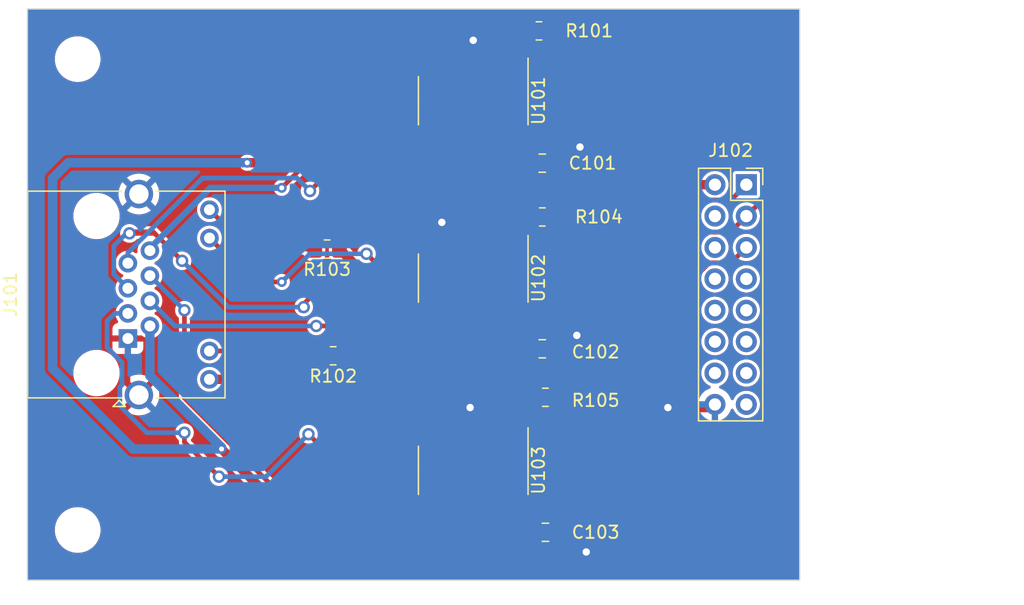
<source format=kicad_pcb>
(kicad_pcb (version 20221018) (generator pcbnew)
  (layers (0 "F.Cu" signal) (31 "B.Cu" signal) (34 "B.Paste" user) (35 "F.Paste" user) (36 "B.SilkS" user "B.Silkscreen") (37 "F.SilkS" user "F.Silkscreen") (38 "B.Mask" user) (39 "F.Mask" user) (44 "Edge.Cuts" user))
  (net 0 "")
  (net 1 "+5V")
  (net 2 "GND")
  (net 3 "i+")
  (net 4 "b+")
  (net 5 "b-")
  (net 6 "i-")
  (net 7 "a+")
  (net 8 "a-")
  (net 9 "Net-(J101-Pad10)")
  (net 10 "Net-(J101-Pad12)")
  (net 11 "B")
  (net 12 "A")
  (net 14 "I")
  (net 16 "test")
  (net 17 "csn")
  (net 19 "clk")
  (net 20 "W")
  (net 21 "mosi")
  (net 22 "v")
  (net 23 "miso")
  (net 24 "u")
  (net 25 "Net-(U101-DE)")
  (net 26 "Net-(U102-DE)")
  (net 27 "Net-(U103-DE)")
  (footprint "Package_SO:SO-14_3.9x8.65mm_P1.27mm" (layer "F.Cu") (at 178.054 50.103 -90)
    (fp_text reference "U101" (at 0 -5.28 -90) (layer "F.SilkS"))
    (fp_text value "MAX489E")
    (fp_line (start 0 -4.435) (end -3.45 -4.435) (stroke (width 0.12)) (layer "F.SilkS"))
    (fp_line (start 0 -4.435) (end 1.95 -4.435) (stroke (width 0.12)) (layer "F.SilkS"))
    (fp_line (start 0 4.435) (end -1.95 4.435) (stroke (width 0.12)) (layer "F.SilkS"))
    (fp_line (start 0 4.435) (end 1.95 4.435) (stroke (width 0.12)) (layer "F.SilkS"))
    (pad "1" smd roundrect (at -2.475 -3.81 270) (size 1.95 0.6) (layers "F.Cu" "F.Paste" "F.Mask"))
    (pad "2" smd roundrect (at -2.475 -2.54 270) (size 1.95 0.6) (layers "F.Cu" "F.Paste" "F.Mask"))
    (pad "3" smd roundrect (at -2.475 -1.27 270) (size 1.95 0.6) (layers "F.Cu" "F.Paste" "F.Mask") (net 25 "Net-(U101-DE)"))
    (pad "4" smd roundrect (at -2.475 0 270) (size 1.95 0.6) (layers "F.Cu" "F.Paste" "F.Mask") (net 25 "Net-(U101-DE)"))
    (pad "5" smd roundrect (at -2.475 1.27 270) (size 1.95 0.6) (layers "F.Cu" "F.Paste" "F.Mask") (net 12 "A"))
    (pad "6" smd roundrect (at -2.475 2.54 270) (size 1.95 0.6) (layers "F.Cu" "F.Paste" "F.Mask") (net 2 "GND"))
    (pad "7" smd roundrect (at -2.475 3.81 270) (size 1.95 0.6) (layers "F.Cu" "F.Paste" "F.Mask") (net 2 "GND"))
    (pad "8" smd roundrect (at 2.475 3.81 270) (size 1.95 0.6) (layers "F.Cu" "F.Paste" "F.Mask"))
    (pad "9" smd roundrect (at 2.475 2.54 270) (size 1.95 0.6) (layers "F.Cu" "F.Paste" "F.Mask") (net 7 "a+"))
    (pad "10" smd roundrect (at 2.475 1.27 270) (size 1.95 0.6) (layers "F.Cu" "F.Paste" "F.Mask") (net 8 "a-"))
    (pad "11" smd roundrect (at 2.475 0 270) (size 1.95 0.6) (layers "F.Cu" "F.Paste" "F.Mask"))
    (pad "12" smd roundrect (at 2.475 -1.27 270) (size 1.95 0.6) (layers "F.Cu" "F.Paste" "F.Mask"))
    (pad "13" smd roundrect (at 2.475 -2.54 270) (size 1.95 0.6) (layers "F.Cu" "F.Paste" "F.Mask"))
    (pad "14" smd roundrect (at 2.475 -3.81 270) (size 1.95 0.6) (layers "F.Cu" "F.Paste" "F.Mask") (net 1 "+5V"))
  )
  (footprint "Connector_RJ:RJ45_Amphenol_RJHSE538X" (layer "F.Cu") (at 150.112 69.342 90)
    (fp_text reference "J101" (at 3.56 -9.5 90) (layer "F.SilkS"))
    (fp_text value "RJ45_LED_Shielded")
    (fp_line (start -5.5 -1.2) (end -5 -0.7) (stroke (width 0.12)) (layer "F.SilkS"))
    (fp_line (start -5.5 -0.2) (end -5.5 -1.2) (stroke (width 0.12)) (layer "F.SilkS"))
    (fp_line (start -5 -0.7) (end -5.5 -0.2) (stroke (width 0.12)) (layer "F.SilkS"))
    (fp_line (start -4.805 -8.11) (end -4.805 -0.5) (stroke (width 0.12)) (layer "F.SilkS"))
    (fp_line (start -4.805 -8.11) (end 11.925 -8.11) (stroke (width 0.12)) (layer "F.SilkS"))
    (fp_line (start -4.805 7.86) (end -4.805 2.3) (stroke (width 0.12)) (layer "F.SilkS"))
    (fp_line (start -4.805 7.86) (end 11.925 7.86) (stroke (width 0.12)) (layer "F.SilkS"))
    (fp_line (start 11.925 -8.11) (end 11.925 -0.5) (stroke (width 0.12)) (layer "F.SilkS"))
    (fp_line (start 11.925 7.86) (end 11.925 2.3) (stroke (width 0.12)) (layer "F.SilkS"))
    (pad "" np_thru_hole circle (at -2.79 -2.54 90) (size 3.25 3.25) (drill 3.25) (layers "*.Cu" "*.Mask"))
    (pad "" np_thru_hole circle (at 9.91 -2.54 90) (size 3.25 3.25) (drill 3.25) (layers "*.Cu" "*.Mask"))
    (pad "1" thru_hole rect (at 0 0 90) (size 1.5 1.5) (drill 0.89) (layers "*.Cu" "*.Mask") (net 2 "GND"))
    (pad "2" thru_hole circle (at 1.016 1.78 90) (size 1.5 1.5) (drill 0.89) (layers "*.Cu" "*.Mask") (net 1 "+5V"))
    (pad "3" thru_hole circle (at 2.032 0 90) (size 1.5 1.5) (drill 0.89) (layers "*.Cu" "*.Mask") (net 3 "i+"))
    (pad "4" thru_hole circle (at 3.048 1.78 90) (size 1.5 1.5) (drill 0.89) (layers "*.Cu" "*.Mask") (net 4 "b+"))
    (pad "5" thru_hole circle (at 4.064 0 90) (size 1.5 1.5) (drill 0.89) (layers "*.Cu" "*.Mask") (net 5 "b-"))
    (pad "6" thru_hole circle (at 5.08 1.78 90) (size 1.5 1.5) (drill 0.89) (layers "*.Cu" "*.Mask") (net 6 "i-"))
    (pad "7" thru_hole circle (at 6.096 0 90) (size 1.5 1.5) (drill 0.89) (layers "*.Cu" "*.Mask") (net 7 "a+"))
    (pad "8" thru_hole circle (at 7.112 1.78 90) (size 1.5 1.5) (drill 0.89) (layers "*.Cu" "*.Mask") (net 8 "a-"))
    (pad "9" thru_hole circle (at -3.3 6.6 90) (size 1.5 1.5) (drill 0.89) (layers "*.Cu" "*.Mask") (net 14 "I"))
    (pad "10" thru_hole circle (at -1.01 6.6 90) (size 1.5 1.5) (drill 0.89) (layers "*.Cu" "*.Mask") (net 9 "Net-(J101-Pad10)"))
    (pad "11" thru_hole circle (at 8.13 6.6 90) (size 1.5 1.5) (drill 0.89) (layers "*.Cu" "*.Mask") (net 12 "A"))
    (pad "12" thru_hole circle (at 10.42 6.6 90) (size 1.5 1.5) (drill 0.89) (layers "*.Cu" "*.Mask") (net 10 "Net-(J101-Pad12)"))
    (pad "SH" thru_hole circle (at -4.57 0.89 90) (size 2.3 2.3) (drill 1.57) (layers "*.Cu" "*.Mask") (net 2 "GND"))
    (pad "SH" thru_hole circle (at 11.69 0.89 90) (size 2.3 2.3) (drill 1.57) (layers "*.Cu" "*.Mask") (net 2 "GND"))
  )
  (footprint "Capacitor_SMD:C_0805_2012Metric_Pad1.18x1.45mm_HandSolder" (layer "F.Cu") (at 183.642 70.174)
    (fp_text reference "C102" (at 4.318 0.254) (layer "F.SilkS"))
    (fp_text value "100nf")
    (fp_line (start -0.261252 -0.735) (end 0.261252 -0.735) (stroke (width 0.12)) (layer "F.SilkS"))
    (fp_line (start -0.261252 0.735) (end 0.261252 0.735) (stroke (width 0.12)) (layer "F.SilkS"))
    (pad "1" smd roundrect (at -1.0375 0) (size 1.175 1.45) (layers "F.Cu" "F.Paste" "F.Mask") (roundrect_rratio 0.212766) (net 1 "+5V"))
    (pad "2" smd roundrect (at 1.0375 0) (size 1.175 1.45) (layers "F.Cu" "F.Paste" "F.Mask") (roundrect_rratio 0.212766) (net 2 "GND"))
  )
  (footprint "Resistor_SMD:R_0805_2012Metric_Pad1.20x1.40mm_HandSolder" (layer "F.Cu") (at 166.228 62.103 180)
    (fp_text reference "R103" (at 0 -1.65) (layer "F.SilkS"))
    (fp_text value "10k")
    (fp_line (start -0.227064 -0.735) (end 0.227064 -0.735) (stroke (width 0.12)) (layer "F.SilkS"))
    (fp_line (start -0.227064 0.735) (end 0.227064 0.735) (stroke (width 0.12)) (layer "F.SilkS"))
    (pad "1" smd roundrect (at -1 0 180) (size 1.2 1.4) (layers "F.Cu" "F.Paste" "F.Mask") (roundrect_rratio 0.208333) (net 1 "+5V"))
    (pad "2" smd roundrect (at 1 0 180) (size 1.2 1.4) (layers "F.Cu" "F.Paste" "F.Mask") (roundrect_rratio 0.208333) (net 10 "Net-(J101-Pad12)"))
  )
  (footprint "Resistor_SMD:R_0805_2012Metric_Pad1.20x1.40mm_HandSolder" (layer "F.Cu") (at 166.72 70.739 180)
    (fp_text reference "R102" (at 0 -1.65) (layer "F.SilkS"))
    (fp_text value "10k")
    (fp_line (start -0.227064 -0.735) (end 0.227064 -0.735) (stroke (width 0.12)) (layer "F.SilkS"))
    (fp_line (start -0.227064 0.735) (end 0.227064 0.735) (stroke (width 0.12)) (layer "F.SilkS"))
    (pad "1" smd roundrect (at -1 0 180) (size 1.2 1.4) (layers "F.Cu" "F.Paste" "F.Mask") (roundrect_rratio 0.208333) (net 1 "+5V"))
    (pad "2" smd roundrect (at 1 0 180) (size 1.2 1.4) (layers "F.Cu" "F.Paste" "F.Mask") (roundrect_rratio 0.208333) (net 9 "Net-(J101-Pad10)"))
  )
  (footprint "MountingHole:MountingHole_3.2mm_M3" (layer "F.Cu") (at 146.05 46.736)
    (fp_text reference "REF**" hide)
    (fp_text value "MountingHole_3.2mm_M3" hide)
    (pad "" np_thru_hole circle (at 0 0) (size 3.2 3.2) (drill 3.2) (layers "*.Cu" "*.Mask"))
  )
  (footprint "Resistor_SMD:R_0805_2012Metric_Pad1.20x1.40mm_HandSolder" (layer "F.Cu") (at 183.896 74.098 180)
    (fp_text reference "R105" (at -4.064 -0.254) (layer "F.SilkS"))
    (fp_text value "100")
    (fp_line (start -0.227064 -0.735) (end 0.227064 -0.735) (stroke (width 0.12)) (layer "F.SilkS"))
    (fp_line (start -0.227064 0.735) (end 0.227064 0.735) (stroke (width 0.12)) (layer "F.SilkS"))
    (pad "1" smd roundrect (at -1 0 180) (size 1.2 1.4) (layers "F.Cu" "F.Paste" "F.Mask") (roundrect_rratio 0.208333) (net 1 "+5V"))
    (pad "2" smd roundrect (at 1 0 180) (size 1.2 1.4) (layers "F.Cu" "F.Paste" "F.Mask") (roundrect_rratio 0.208333) (net 27 "Net-(U103-DE)"))
  )
  (footprint "Package_SO:SO-14_3.9x8.65mm_P1.27mm" (layer "F.Cu") (at 178.054 80.01 -90)
    (fp_text reference "U103" (at 0 -5.28 -90) (layer "F.SilkS"))
    (fp_text value "MAX489E")
    (fp_line (start 0 -4.435) (end -3.45 -4.435) (stroke (width 0.12)) (layer "F.SilkS"))
    (fp_line (start 0 -4.435) (end 1.95 -4.435) (stroke (width 0.12)) (layer "F.SilkS"))
    (fp_line (start 0 4.435) (end -1.95 4.435) (stroke (width 0.12)) (layer "F.SilkS"))
    (fp_line (start 0 4.435) (end 1.95 4.435) (stroke (width 0.12)) (layer "F.SilkS"))
    (pad "1" smd roundrect (at -2.475 -3.81 270) (size 1.95 0.6) (layers "F.Cu" "F.Paste" "F.Mask"))
    (pad "2" smd roundrect (at -2.475 -2.54 270) (size 1.95 0.6) (layers "F.Cu" "F.Paste" "F.Mask"))
    (pad "3" smd roundrect (at -2.475 -1.27 270) (size 1.95 0.6) (layers "F.Cu" "F.Paste" "F.Mask") (net 27 "Net-(U103-DE)"))
    (pad "4" smd roundrect (at -2.475 0 270) (size 1.95 0.6) (layers "F.Cu" "F.Paste" "F.Mask") (net 27 "Net-(U103-DE)"))
    (pad "5" smd roundrect (at -2.475 1.27 270) (size 1.95 0.6) (layers "F.Cu" "F.Paste" "F.Mask") (net 14 "I"))
    (pad "6" smd roundrect (at -2.475 2.54 270) (size 1.95 0.6) (layers "F.Cu" "F.Paste" "F.Mask") (net 2 "GND"))
    (pad "7" smd roundrect (at -2.475 3.81 270) (size 1.95 0.6) (layers "F.Cu" "F.Paste" "F.Mask") (net 2 "GND"))
    (pad "8" smd roundrect (at 2.475 3.81 270) (size 1.95 0.6) (layers "F.Cu" "F.Paste" "F.Mask"))
    (pad "9" smd roundrect (at 2.475 2.54 270) (size 1.95 0.6) (layers "F.Cu" "F.Paste" "F.Mask") (net 3 "i+"))
    (pad "10" smd roundrect (at 2.475 1.27 270) (size 1.95 0.6) (layers "F.Cu" "F.Paste" "F.Mask") (net 6 "i-"))
    (pad "11" smd roundrect (at 2.475 0 270) (size 1.95 0.6) (layers "F.Cu" "F.Paste" "F.Mask"))
    (pad "12" smd roundrect (at 2.475 -1.27 270) (size 1.95 0.6) (layers "F.Cu" "F.Paste" "F.Mask"))
    (pad "13" smd roundrect (at 2.475 -2.54 270) (size 1.95 0.6) (layers "F.Cu" "F.Paste" "F.Mask"))
    (pad "14" smd roundrect (at 2.475 -3.81 270) (size 1.95 0.6) (layers "F.Cu" "F.Paste" "F.Mask") (net 1 "+5V"))
  )
  (footprint "MountingHole:MountingHole_3.2mm_M3" (layer "F.Cu") (at 146.05 84.836)
    (fp_text reference "REF**" hide)
    (fp_text value "MountingHole_3.2mm_M3" hide)
    (pad "" np_thru_hole circle (at 0 0) (size 3.2 3.2) (drill 3.2) (layers "*.Cu" "*.Mask"))
  )
  (footprint "Package_SO:SO-14_3.9x8.65mm_P1.27mm" (layer "F.Cu") (at 178.054 64.454 -90)
    (fp_text reference "U102" (at 0 -5.28 -90) (layer "F.SilkS"))
    (fp_text value "MAX489E")
    (fp_line (start 0 -4.435) (end -3.45 -4.435) (stroke (width 0.12)) (layer "F.SilkS"))
    (fp_line (start 0 -4.435) (end 1.95 -4.435) (stroke (width 0.12)) (layer "F.SilkS"))
    (fp_line (start 0 4.435) (end -1.95 4.435) (stroke (width 0.12)) (layer "F.SilkS"))
    (fp_line (start 0 4.435) (end 1.95 4.435) (stroke (width 0.12)) (layer "F.SilkS"))
    (pad "1" smd roundrect (at -2.475 -3.81 270) (size 1.95 0.6) (layers "F.Cu" "F.Paste" "F.Mask"))
    (pad "2" smd roundrect (at -2.475 -2.54 270) (size 1.95 0.6) (layers "F.Cu" "F.Paste" "F.Mask"))
    (pad "3" smd roundrect (at -2.475 -1.27 270) (size 1.95 0.6) (layers "F.Cu" "F.Paste" "F.Mask") (net 26 "Net-(U102-DE)"))
    (pad "4" smd roundrect (at -2.475 0 270) (size 1.95 0.6) (layers "F.Cu" "F.Paste" "F.Mask") (net 26 "Net-(U102-DE)"))
    (pad "5" smd roundrect (at -2.475 1.27 270) (size 1.95 0.6) (layers "F.Cu" "F.Paste" "F.Mask") (net 11 "B"))
    (pad "6" smd roundrect (at -2.475 2.54 270) (size 1.95 0.6) (layers "F.Cu" "F.Paste" "F.Mask") (net 2 "GND"))
    (pad "7" smd roundrect (at -2.475 3.81 270) (size 1.95 0.6) (layers "F.Cu" "F.Paste" "F.Mask") (net 2 "GND"))
    (pad "8" smd roundrect (at 2.475 3.81 270) (size 1.95 0.6) (layers "F.Cu" "F.Paste" "F.Mask"))
    (pad "9" smd roundrect (at 2.475 2.54 270) (size 1.95 0.6) (layers "F.Cu" "F.Paste" "F.Mask") (net 4 "b+"))
    (pad "10" smd roundrect (at 2.475 1.27 270) (size 1.95 0.6) (layers "F.Cu" "F.Paste" "F.Mask") (net 5 "b-"))
    (pad "11" smd roundrect (at 2.475 0 270) (size 1.95 0.6) (layers "F.Cu" "F.Paste" "F.Mask"))
    (pad "12" smd roundrect (at 2.475 -1.27 270) (size 1.95 0.6) (layers "F.Cu" "F.Paste" "F.Mask"))
    (pad "13" smd roundrect (at 2.475 -2.54 270) (size 1.95 0.6) (layers "F.Cu" "F.Paste" "F.Mask"))
    (pad "14" smd roundrect (at 2.475 -3.81 270) (size 1.95 0.6) (layers "F.Cu" "F.Paste" "F.Mask") (net 1 "+5V"))
  )
  (footprint "Resistor_SMD:R_0805_2012Metric_Pad1.20x1.40mm_HandSolder" (layer "F.Cu") (at 183.642 59.506 180)
    (fp_text reference "R104" (at -4.572 0) (layer "F.SilkS"))
    (fp_text value "100")
    (fp_line (start -0.227064 -0.735) (end 0.227064 -0.735) (stroke (width 0.12)) (layer "F.SilkS"))
    (fp_line (start -0.227064 0.735) (end 0.227064 0.735) (stroke (width 0.12)) (layer "F.SilkS"))
    (pad "1" smd roundrect (at -1 0 180) (size 1.2 1.4) (layers "F.Cu" "F.Paste" "F.Mask") (roundrect_rratio 0.208333) (net 1 "+5V"))
    (pad "2" smd roundrect (at 1 0 180) (size 1.2 1.4) (layers "F.Cu" "F.Paste" "F.Mask") (roundrect_rratio 0.208333) (net 26 "Net-(U102-DE)"))
  )
  (footprint "Capacitor_SMD:C_0805_2012Metric_Pad1.18x1.45mm_HandSolder" (layer "F.Cu") (at 183.896 85.02)
    (fp_text reference "C103" (at 4.064 0) (layer "F.SilkS"))
    (fp_text value "100nf")
    (fp_line (start -0.261252 -0.735) (end 0.261252 -0.735) (stroke (width 0.12)) (layer "F.SilkS"))
    (fp_line (start -0.261252 0.735) (end 0.261252 0.735) (stroke (width 0.12)) (layer "F.SilkS"))
    (pad "1" smd roundrect (at -1.0375 0) (size 1.175 1.45) (layers "F.Cu" "F.Paste" "F.Mask") (roundrect_rratio 0.212766) (net 1 "+5V"))
    (pad "2" smd roundrect (at 1.0375 0) (size 1.175 1.45) (layers "F.Cu" "F.Paste" "F.Mask") (roundrect_rratio 0.212766) (net 2 "GND"))
  )
  (footprint "Resistor_SMD:R_0805_2012Metric_Pad1.20x1.40mm_HandSolder" (layer "F.Cu") (at 183.372 44.45 180)
    (fp_text reference "R101" (at -4.064 0) (layer "F.SilkS"))
    (fp_text value "100")
    (fp_line (start -0.227064 -0.735) (end 0.227064 -0.735) (stroke (width 0.12)) (layer "F.SilkS"))
    (fp_line (start -0.227064 0.735) (end 0.227064 0.735) (stroke (width 0.12)) (layer "F.SilkS"))
    (pad "1" smd roundrect (at -1 0 180) (size 1.2 1.4) (layers "F.Cu" "F.Paste" "F.Mask") (roundrect_rratio 0.208333) (net 1 "+5V"))
    (pad "2" smd roundrect (at 1 0 180) (size 1.2 1.4) (layers "F.Cu" "F.Paste" "F.Mask") (roundrect_rratio 0.208333) (net 25 "Net-(U101-DE)"))
  )
  (footprint "Connector_PinSocket_2.54mm:PinSocket_2x08_P2.54mm_Vertical" (layer "F.Cu") (at 200.152 56.896)
    (fp_text reference "J102" (at -1.27 -2.77) (layer "F.SilkS"))
    (fp_text value "Conn_02x08_Odd_Even")
    (fp_line (start -3.87 -1.33) (end -3.87 19.11) (stroke (width 0.12)) (layer "F.SilkS"))
    (fp_line (start -3.87 -1.33) (end -1.27 -1.33) (stroke (width 0.12)) (layer "F.SilkS"))
    (fp_line (start -3.87 19.11) (end 1.33 19.11) (stroke (width 0.12)) (layer "F.SilkS"))
    (fp_line (start -1.27 -1.33) (end -1.27 1.27) (stroke (width 0.12)) (layer "F.SilkS"))
    (fp_line (start -1.27 1.27) (end 1.33 1.27) (stroke (width 0.12)) (layer "F.SilkS"))
    (fp_line (start 0 -1.33) (end 1.33 -1.33) (stroke (width 0.12)) (layer "F.SilkS"))
    (fp_line (start 1.33 -1.33) (end 1.33 0) (stroke (width 0.12)) (layer "F.SilkS"))
    (fp_line (start 1.33 1.27) (end 1.33 19.11) (stroke (width 0.12)) (layer "F.SilkS"))
    (pad "1" thru_hole rect (at 0 0) (size 1.7 1.7) (drill 1) (layers "*.Cu" "*.Mask") (net 11 "B"))
    (pad "2" thru_hole oval (at -2.54 0) (size 1.7 1.7) (drill 1) (layers "*.Cu" "*.Mask") (net 1 "+5V"))
    (pad "3" thru_hole oval (at 0 2.54) (size 1.7 1.7) (drill 1) (layers "*.Cu" "*.Mask") (net 12 "A"))
    (pad "4" thru_hole oval (at -2.54 2.54) (size 1.7 1.7) (drill 1) (layers "*.Cu" "*.Mask"))
    (pad "5" thru_hole oval (at 0 5.08) (size 1.7 1.7) (drill 1) (layers "*.Cu" "*.Mask") (net 14 "I"))
    (pad "6" thru_hole oval (at -2.54 5.08) (size 1.7 1.7) (drill 1) (layers "*.Cu" "*.Mask"))
    (pad "7" thru_hole oval (at 0 7.62) (size 1.7 1.7) (drill 1) (layers "*.Cu" "*.Mask") (net 16 "test"))
    (pad "8" thru_hole oval (at -2.54 7.62) (size 1.7 1.7) (drill 1) (layers "*.Cu" "*.Mask") (net 17 "csn"))
    (pad "9" thru_hole oval (at 0 10.16) (size 1.7 1.7) (drill 1) (layers "*.Cu" "*.Mask"))
    (pad "10" thru_hole oval (at -2.54 10.16) (size 1.7 1.7) (drill 1) (layers "*.Cu" "*.Mask") (net 19 "clk"))
    (pad "11" thru_hole oval (at 0 12.7) (size 1.7 1.7) (drill 1) (layers "*.Cu" "*.Mask") (net 20 "W"))
    (pad "12" thru_hole oval (at -2.54 12.7) (size 1.7 1.7) (drill 1) (layers "*.Cu" "*.Mask") (net 21 "mosi"))
    (pad "13" thru_hole oval (at 0 15.24) (size 1.7 1.7) (drill 1) (layers "*.Cu" "*.Mask") (net 22 "v"))
    (pad "14" thru_hole oval (at -2.54 15.24) (size 1.7 1.7) (drill 1) (layers "*.Cu" "*.Mask") (net 23 "miso"))
    (pad "15" thru_hole oval (at 0 17.78) (size 1.7 1.7) (drill 1) (layers "*.Cu" "*.Mask") (net 24 "u"))
    (pad "16" thru_hole oval (at -2.54 17.78) (size 1.7 1.7) (drill 1) (layers "*.Cu" "*.Mask") (net 2 "GND"))
  )
  (footprint "Capacitor_SMD:C_0805_2012Metric_Pad1.18x1.45mm_HandSolder" (layer "F.Cu") (at 183.642 55.153)
    (fp_text reference "C101" (at 4.064 0) (layer "F.SilkS"))
    (fp_text value "100nf")
    (fp_line (start -0.261252 -0.735) (end 0.261252 -0.735) (stroke (width 0.12)) (layer "F.SilkS"))
    (fp_line (start -0.261252 0.735) (end 0.261252 0.735) (stroke (width 0.12)) (layer "F.SilkS"))
    (pad "1" smd roundrect (at -1.0375 0) (size 1.175 1.45) (layers "F.Cu" "F.Paste" "F.Mask") (roundrect_rratio 0.212766) (net 1 "+5V"))
    (pad "2" smd roundrect (at 1.0375 0) (size 1.175 1.45) (layers "F.Cu" "F.Paste" "F.Mask") (roundrect_rratio 0.212766) (net 2 "GND"))
  )
  (gr_rect (start 141.986 42.672) (end 204.47 88.9) (stroke (width 0.1)) (fill none) (layer "Edge.Cuts"))
  (segment (start 169.241 64.116) (end 176.390552 64.116) (width 0.762) (layer "F.Cu") (net 1))
  (segment (start 184.896 74.098) (end 184.896 72.4655) (width 0.508) (layer "F.Cu") (net 1))
  (segment (start 183.091 43.169) (end 184.372 44.45) (width 0.762) (layer "F.Cu") (net 1))
  (segment (start 181.864 82.485) (end 181.864 84.0255) (width 0.762) (layer "F.Cu") (net 1))
  (segment (start 181.864 69.4335) (end 182.6045 70.174) (width 0.762) (layer "F.Cu") (net 1))
  (segment (start 180.95179 65.278) (end 181.864 66.19021) (width 0.762) (layer "F.Cu") (net 1))
  (segment (start 182.6045 55.153) (end 180.813 55.153) (width 0.762) (layer "F.Cu") (net 1))
  (segment (start 161.29 55.118) (end 166.051 50.357) (width 0.762) (layer "F.Cu") (net 1))
  (segment (start 167.64 50.357) (end 180.38179 50.357) (width 0.762) (layer "F.Cu") (net 1))
  (segment (start 168.656 57.912) (end 167.228 59.34) (width 0.762) (layer "F.Cu") (net 1))
  (segment (start 176.390552 64.116) (end 177.552552 65.278) (width 0.762) (layer "F.Cu") (net 1))
  (segment (start 184.642 59.506) (end 184.642 57.1905) (width 0.762) (layer "F.Cu") (net 1))
  (segment (start 174.828 43.169) (end 167.64 50.357) (width 0.762) (layer "F.Cu") (net 1))
  (segment (start 180.38179 50.357) (end 181.864 51.83921) (width 0.762) (layer "F.Cu") (net 1))
  (segment (start 181.864 84.0255) (end 182.8585 85.02) (width 0.762) (layer "F.Cu") (net 1))
  (segment (start 169.1485 64.0235) (end 167.228 62.103) (width 0.762) (layer "F.Cu") (net 1))
  (segment (start 177.552552 65.278) (end 180.95179 65.278) (width 0.762) (layer "F.Cu") (net 1))
  (segment (start 178.054 57.912) (end 168.656 57.912) (width 0.762) (layer "F.Cu") (net 1))
  (segment (start 184.896 72.4655) (end 182.6045 70.174) (width 0.508) (layer "F.Cu") (net 1))
  (segment (start 164.429271 85.02) (end 182.8585 85.02) (width 0.762) (layer "F.Cu") (net 1))
  (segment (start 183.091 43.169) (end 174.828 43.169) (width 0.762) (layer "F.Cu") (net 1))
  (segment (start 183.99475 56.54325) (end 184.3475 56.896) (width 0.762) (layer "F.Cu") (net 1))
  (segment (start 184.3475 56.896) (end 197.612 56.896) (width 0.762) (layer "F.Cu") (net 1))
  (segment (start 182.6045 55.153) (end 182.6045 55.5505) (width 0.762) (layer "F.Cu") (net 1))
  (segment (start 157.690441 78.28117) (end 164.429271 85.02) (width 0.762) (layer "F.Cu") (net 1))
  (segment (start 184.642 57.1905) (end 183.99475 56.54325) (width 0.762) (layer "F.Cu") (net 1))
  (segment (start 181.864 66.929) (end 181.864 69.4335) (width 0.762) (layer "F.Cu") (net 1))
  (segment (start 181.864 66.19021) (end 181.864 66.929) (width 0.762) (layer "F.Cu") (net 1))
  (segment (start 182.0395 70.739) (end 167.72 70.739) (width 0.508) (layer "F.Cu") (net 1))
  (segment (start 181.864 54.4125) (end 182.6045 55.153) (width 0.762) (layer "F.Cu") (net 1))
  (segment (start 181.864 52.578) (end 181.864 54.4125) (width 0.762) (layer "F.Cu") (net 1))
  (segment (start 180.813 55.153) (end 178.054 57.912) (width 0.762) (layer "F.Cu") (net 1))
  (segment (start 182.6045 55.153) (end 183.99475 56.54325) (width 0.762) (layer "F.Cu") (net 1))
  (segment (start 167.228 59.34) (end 167.228 62.103) (width 0.762) (layer "F.Cu") (net 1))
  (segment (start 166.051 50.357) (end 167.64 50.357) (width 0.762) (layer "F.Cu") (net 1))
  (segment (start 182.372 69.9415) (end 182.6045 70.174) (width 0.508) (layer "F.Cu") (net 1))
  (segment (start 182.6045 70.174) (end 182.0395 70.739) (width 0.508) (layer "F.Cu") (net 1))
  (segment (start 181.864 51.83921) (end 181.864 52.578) (width 0.762) (layer "F.Cu") (net 1))
  (segment (start 169.1485 64.0235) (end 169.241 64.116) (width 0.762) (layer "F.Cu") (net 1))
  (segment (start 159.766 55.118) (end 161.29 55.118) (width 0.762) (layer "F.Cu") (net 1))
  (via (at 159.766 55.118) (size 0.8) (drill 0.4) (layers "F.Cu" "B.Cu") (net 1))
  (via (at 157.690441 78.28117) (size 0.8) (drill 0.4) (layers "F.Cu" "B.Cu") (net 1))
  (segment (start 150.530704 78.28117) (end 157.690441 78.28117) (width 0.762) (layer "B.Cu") (net 1))
  (segment (start 144.018 71.768466) (end 150.530704 78.28117) (width 0.762) (layer "B.Cu") (net 1))
  (segment (start 144.018 56.388) (end 144.018 71.768466) (width 0.762) (layer "B.Cu") (net 1))
  (segment (start 157.690441 78.152437) (end 151.892 72.353996) (width 0.762) (layer "B.Cu") (net 1))
  (segment (start 151.892 72.353996) (end 151.892 68.326) (width 0.762) (layer "B.Cu") (net 1))
  (segment (start 157.690441 78.28117) (end 157.690441 78.152437) (width 0.762) (layer "B.Cu") (net 1))
  (segment (start 145.288 55.118) (end 144.018 56.388) (width 0.762) (layer "B.Cu") (net 1))
  (segment (start 159.766 55.118) (end 145.288 55.118) (width 0.762) (layer "B.Cu") (net 1))
  (segment (start 186.5275 86.614) (end 184.9335 85.02) (width 0.762) (layer "F.Cu") (net 2))
  (segment (start 150.112 73.022) (end 151.002 73.912) (width 0.381) (layer "F.Cu") (net 2))
  (segment (start 184.6795 55.153) (end 185.385 55.153) (width 0.762) (layer "F.Cu") (net 2))
  (segment (start 184.6795 70.174) (end 185.35 70.174) (width 0.762) (layer "F.Cu") (net 2))
  (segment (start 187.198 86.614) (end 186.5275 86.614) (width 0.762) (layer "F.Cu") (net 2))
  (segment (start 193.802 74.93) (end 197.358 74.93) (width 0.762) (layer "F.Cu") (net 2))
  (segment (start 185.35 70.174) (end 186.436 69.088) (width 0.762) (layer "F.Cu") (net 2))
  (segment (start 150.112 69.342) (end 150.112 73.022) (width 0.381) (layer "F.Cu") (net 2))
  (segment (start 197.358 74.93) (end 197.612 74.676) (width 0.762) (layer "F.Cu") (net 2))
  (segment (start 185.385 55.153) (end 186.69 53.848) (width 0.762) (layer "F.Cu") (net 2))
  (via (at 187.198 86.614) (size 1) (drill 0.6) (layers "F.Cu" "B.Cu") (net 2))
  (via (at 186.69 53.848) (size 1) (drill 0.6) (layers "F.Cu" "B.Cu") (net 2))
  (via (at 193.802 74.93) (size 1) (drill 0.6) (layers "F.Cu" "B.Cu") (net 2))
  (via (at 177.8 74.93) (size 1) (drill 0.6) (layers "F.Cu" "B.Cu") (net 2))
  (via (at 175.514 59.944) (size 1) (drill 0.6) (layers "F.Cu" "B.Cu") (net 2))
  (via (at 178.054 45.212) (size 1) (drill 0.6) (layers "F.Cu" "B.Cu") (net 2))
  (via (at 186.436 69.088) (size 1) (drill 0.6) (layers "F.Cu" "B.Cu") (net 2))
  (segment (start 154.686 77.724) (end 157.48 80.518) (width 0.381) (layer "F.Cu") (net 3))
  (segment (start 154.686 76.962) (end 154.686 77.724) (width 0.381) (layer "F.Cu") (net 3))
  (segment (start 164.723762 77.084238) (end 168.284524 80.645) (width 0.381) (layer "F.Cu") (net 3))
  (segment (start 174.143382 80.645) (end 175.514 82.015618) (width 0.381) (layer "F.Cu") (net 3))
  (segment (start 175.514 82.015618) (end 175.514 82.485) (width 0.381) (layer "F.Cu") (net 3))
  (segment (start 168.284524 80.645) (end 174.143382 80.645) (width 0.381) (layer "F.Cu") (net 3))
  (via (at 157.48 80.518) (size 1) (drill 0.6) (layers "F.Cu" "B.Cu") (net 3))
  (via (at 164.723762 77.084238) (size 1) (drill 0.6) (layers "F.Cu" "B.Cu") (net 3))
  (via (at 154.686 76.962) (size 1) (drill 0.6) (layers "F.Cu" "B.Cu") (net 3))
  (segment (start 150.112 67.31) (end 149.05134 67.31) (width 0.381) (layer "B.Cu") (net 3))
  (segment (start 157.48 80.518) (end 161.29 80.518) (width 0.381) (layer "B.Cu") (net 3))
  (segment (start 149.4615 73.273904) (end 149.4615 74.7855) (width 0.381) (layer "B.Cu") (net 3))
  (segment (start 149.4615 74.7855) (end 151.638 76.962) (width 0.381) (layer "B.Cu") (net 3))
  (segment (start 149.6375 73.097904) (end 149.4615 73.273904) (width 0.381) (layer "B.Cu") (net 3))
  (segment (start 148.427558 67.933782) (end 148.427558 70.0665) (width 0.381) (layer "B.Cu") (net 3))
  (segment (start 151.638 76.962) (end 154.686 76.962) (width 0.381) (layer "B.Cu") (net 3))
  (segment (start 149.6375 71.276442) (end 149.6375 73.097904) (width 0.381) (layer "B.Cu") (net 3))
  (segment (start 148.427558 70.0665) (end 149.6375 71.276442) (width 0.381) (layer "B.Cu") (net 3))
  (segment (start 149.05134 67.31) (end 148.427558 67.933782) (width 0.381) (layer "B.Cu") (net 3))
  (segment (start 161.29 80.518) (end 164.723762 77.084238) (width 0.381) (layer "B.Cu") (net 3))
  (segment (start 165.354 68.326) (end 174.822 68.326) (width 0.381) (layer "F.Cu") (net 4))
  (segment (start 175.514 67.634) (end 175.514 66.929) (width 0.381) (layer "F.Cu") (net 4))
  (segment (start 174.822 68.326) (end 175.514 67.634) (width 0.381) (layer "F.Cu") (net 4))
  (via (at 165.354 68.326) (size 1) (drill 0.6) (layers "F.Cu" "B.Cu") (net 4))
  (segment (start 153.924 68.326) (end 165.354 68.326) (width 0.381) (layer "B.Cu") (net 4))
  (segment (start 151.892 66.294) (end 153.924 68.326) (width 0.381) (layer "B.Cu") (net 4))
  (segment (start 165.862 65.024) (end 175.348382 65.024) (width 0.381) (layer "F.Cu") (net 5))
  (segment (start 175.348382 65.024) (end 176.784 66.459618) (width 0.381) (layer "F.Cu") (net 5))
  (segment (start 164.338 66.548) (end 165.862 65.024) (width 0.381) (layer "F.Cu") (net 5))
  (segment (start 176.784 66.459618) (end 176.784 66.929) (width 0.381) (layer "F.Cu") (net 5))
  (segment (start 150.241 60.833) (end 152.273 60.833) (width 0.381) (layer "F.Cu") (net 5))
  (segment (start 152.146 60.706) (end 154.4955 63.0555) (width 0.381) (layer "F.Cu") (net 5))
  (segment (start 164.338 66.802) (end 164.338 66.548) (width 0.381) (layer "F.Cu") (net 5))
  (segment (start 150.114 60.706) (end 152.146 60.706) (width 0.381) (layer "F.Cu") (net 5))
  (via (at 154.4955 63.0555) (size 1) (drill 0.6) (layers "F.Cu" "B.Cu") (net 5))
  (via (at 164.338 66.802) (size 1) (drill 0.6) (layers "F.Cu" "B.Cu") (net 5))
  (via (at 150.241 60.833) (size 1) (drill 0.6) (layers "F.Cu" "B.Cu") (net 5))
  (segment (start 148.9715 64.1375) (end 148.9715 61.8485) (width 0.381) (layer "B.Cu") (net 5))
  (segment (start 164.084 67.056) (end 164.338 66.802) (width 0.381) (layer "B.Cu") (net 5))
  (segment (start 158.242 66.802) (end 164.338 66.802) (width 0.381) (layer "B.Cu") (net 5))
  (segment (start 150.112 65.278) (end 148.9715 64.1375) (width 0.381) (layer "B.Cu") (net 5))
  (segment (start 148.9715 61.8485) (end 150.114 60.706) (width 0.381) (layer "B.Cu") (net 5))
  (segment (start 154.4955 63.0555) (end 158.242 66.802) (width 0.381) (layer "B.Cu") (net 5))
  (segment (start 154.686 74.158793) (end 159.766 79.238793) (width 0.381) (layer "F.Cu") (net 6))
  (segment (start 159.766 79.238793) (end 159.766 79.248) (width 0.381) (layer "F.Cu") (net 6))
  (segment (start 159.766 79.248) (end 164.3685 83.8505) (width 0.381) (layer "F.Cu") (net 6))
  (segment (start 176.6265 83.8505) (end 176.784 83.693) (width 0.381) (layer "F.Cu") (net 6))
  (segment (start 176.784 83.693) (end 176.784 82.485) (width 0.381) (layer "F.Cu") (net 6))
  (segment (start 159.693 79.175) (end 159.766 79.248) (width 0.381) (layer "F.Cu") (net 6))
  (segment (start 154.686 67.056) (end 154.686 74.158793) (width 0.381) (layer "F.Cu") (net 6))
  (segment (start 164.3685 83.8505) (end 176.6265 83.8505) (width 0.381) (layer "F.Cu") (net 6))
  (via (at 154.686 67.056) (size 1) (drill 0.6) (layers "F.Cu" "B.Cu") (net 6))
  (segment (start 151.892 64.262) (end 154.686 67.056) (width 0.381) (layer "B.Cu") (net 6))
  (segment (start 173.570382 54.991) (end 167.259 54.991) (width 0.381) (layer "F.Cu") (net 7))
  (segment (start 175.514 52.578) (end 175.514 53.047382) (width 0.381) (layer "F.Cu") (net 7))
  (segment (start 175.514 53.047382) (end 173.570382 54.991) (width 0.381) (layer "F.Cu") (net 7))
  (segment (start 164.846 57.404) (end 167.259 54.991) (width 0.381) (layer "F.Cu") (net 7))
  (via (at 164.846 57.404) (size 1) (drill 0.6) (layers "F.Cu" "B.Cu") (net 7))
  (segment (start 150.112 62.397089) (end 156.149589 56.3595) (width 0.381) (layer "B.Cu") (net 7))
  (segment (start 156.149589 56.3595) (end 163.8015 56.3595) (width 0.381) (layer "B.Cu") (net 7))
  (segment (start 163.8015 56.3595) (end 164.846 57.404) (width 0.381) (layer "B.Cu") (net 7))
  (segment (start 150.112 63.246) (end 150.112 62.397089) (width 0.381) (layer "B.Cu") (net 7))
  (segment (start 175.803882 51.1285) (end 176.784 52.108618) (width 0.381) (layer "F.Cu") (net 8))
  (segment (start 176.784 52.108618) (end 176.784 52.578) (width 0.381) (layer "F.Cu") (net 8))
  (segment (start 168.5815 51.1285) (end 175.803882 51.1285) (width 0.381) (layer "F.Cu") (net 8))
  (segment (start 162.56 57.15) (end 168.5815 51.1285) (width 0.381) (layer "F.Cu") (net 8))
  (via (at 162.56 57.15) (size 0.8) (drill 0.4) (layers "F.Cu" "B.Cu") (net 8))
  (segment (start 156.781286 57.15) (end 162.56 57.15) (width 0.508) (layer "B.Cu") (net 8))
  (segment (start 151.892 62.039286) (end 156.781286 57.15) (width 0.508) (layer "B.Cu") (net 8))
  (segment (start 151.892 62.23) (end 151.892 62.039286) (width 0.508) (layer "B.Cu") (net 8))
  (segment (start 165.597 70.616) (end 165.72 70.739) (width 0.381) (layer "F.Cu") (net 9))
  (segment (start 163.068 70.616) (end 165.597 70.616) (width 0.381) (layer "F.Cu") (net 9))
  (segment (start 162.804 70.352) (end 156.712 70.352) (width 0.381) (layer "F.Cu") (net 9))
  (segment (start 162.564 70.616) (end 163.068 70.616) (width 0.381) (layer "F.Cu") (net 9))
  (segment (start 163.068 70.616) (end 162.804 70.352) (width 0.381) (layer "F.Cu") (net 9))
  (segment (start 156.712 58.922) (end 159.893 62.103) (width 0.381) (layer "F.Cu") (net 10))
  (segment (start 165.105 62.226) (end 165.228 62.103) (width 0.381) (layer "F.Cu") (net 10))
  (segment (start 159.893 62.103) (end 165.228 62.103) (width 0.381) (layer "F.Cu") (net 10))
  (segment (start 198.9115 58.1365) (end 193.0695 58.1365) (width 0.381) (layer "F.Cu") (net 11))
  (segment (start 200.152 56.896) (end 198.9115 58.1365) (width 0.381) (layer "F.Cu") (net 11))
  (segment (start 178.089618 63.754) (end 187.452 63.754) (width 0.381) (layer "F.Cu") (net 11))
  (segment (start 176.784 61.979) (end 176.784 62.448382) (width 0.381) (layer "F.Cu") (net 11))
  (segment (start 193.0695 58.1365) (end 187.452 63.754) (width 0.381) (layer "F.Cu") (net 11))
  (segment (start 176.784 62.448382) (end 178.089618 63.754) (width 0.381) (layer "F.Cu") (net 11))
  (segment (start 160.266 64.766) (end 162.564 64.766) (width 0.381) (layer "F.Cu") (net 12))
  (segment (start 195.453 49.403) (end 201.93 55.88) (width 0.381) (layer "F.Cu") (net 12))
  (segment (start 191.415 60.7355) (end 198.8525 60.7355) (width 0.381) (layer "F.Cu") (net 12))
  (segment (start 177.165 49.403) (end 195.453 49.403) (width 0.381) (layer "F.Cu") (net 12))
  (segment (start 201.93 57.658) (end 200.152 59.436) (width 0.381) (layer "F.Cu") (net 12))
  (segment (start 176.784 47.628) (end 176.784 49.022) (width 0.381) (layer "F.Cu") (net 12))
  (segment (start 198.8525 60.7355) (end 200.152 59.436) (width 0.381) (layer "F.Cu") (net 12))
  (segment (start 170.2785 63.3445) (end 176.710118 63.3445) (width 0.381) (layer "F.Cu") (net 12))
  (segment (start 201.93 55.88) (end 201.93 57.658) (width 0.381) (layer "F.Cu") (net 12))
  (segment (start 187.8155 64.335) (end 191.415 60.7355) (width 0.381) (layer "F.Cu") (net 12))
  (segment (start 176.710118 63.3445) (end 177.700618 64.335) (width 0.381) (layer "F.Cu") (net 12))
  (segment (start 156.712 61.212) (end 160.266 64.766) (width 0.381) (layer "F.Cu") (net 12))
  (segment (start 176.784 49.022) (end 177.165 49.403) (width 0.381) (layer "F.Cu") (net 12))
  (segment (start 169.418 62.484) (end 170.2785 63.3445) (width 0.381) (layer "F.Cu") (net 12))
  (segment (start 177.700618 64.335) (end 187.8155 64.335) (width 0.381) (layer "F.Cu") (net 12))
  (via (at 169.418 62.484) (size 1) (drill 0.6) (layers "F.Cu" "B.Cu") (net 12))
  (via (at 162.564 64.766) (size 0.8) (drill 0.4) (layers "F.Cu" "B.Cu") (net 12))
  (segment (start 169.418 62.484) (end 164.846 62.484) (width 0.381) (layer "B.Cu") (net 12))
  (segment (start 164.846 62.484) (end 162.564 64.766) (width 0.381) (layer "B.Cu") (net 12))
  (segment (start 174.879 74.168) (end 176.784 76.073) (width 0.762) (layer "F.Cu") (net 14))
  (segment (start 162.554 72.642) (end 156.712 72.642) (width 0.762) (layer "F.Cu") (net 14))
  (segment (start 177.4525 78.9005) (end 176.784 78.232) (width 0.381) (layer "F.Cu") (net 14))
  (segment (start 200.152 61.976) (end 198.9115 63.2165) (width 0.381) (layer "F.Cu") (net 14))
  (segment (start 163.068 73.156) (end 164.08 74.168) (width 0.762) (layer "F.Cu") (net 14))
  (segment (start 198.9115 63.2165) (end 197.157168 63.2165) (width 0.381) (layer "F.Cu") (net 14))
  (segment (start 163.068 73.156) (end 162.554 72.642) (width 0.762) (layer "F.Cu") (net 14))
  (segment (start 184.542882 78.9005) (end 177.4525 78.9005) (width 0.381) (layer "F.Cu") (net 14))
  (segment (start 176.784 78.232) (end 176.784 77.535) (width 0.381) (layer "F.Cu") (net 14))
  (segment (start 162.564 73.156) (end 163.068 73.156) (width 0.762) (layer "F.Cu") (net 14))
  (segment (start 164.08 74.168) (end 174.879 74.168) (width 0.762) (layer "F.Cu") (net 14))
  (segment (start 197.157168 63.2165) (end 185.928 74.445668) (width 0.381) (layer "F.Cu") (net 14))
  (segment (start 185.928 77.515382) (end 184.542882 78.9005) (width 0.381) (layer "F.Cu") (net 14))
  (segment (start 185.928 74.445668) (end 185.928 77.515382) (width 0.381) (layer "F.Cu") (net 14))
  (segment (start 176.784 76.073) (end 176.784 77.535) (width 0.762) (layer "F.Cu") (net 14))
  (segment (start 179.324 47.628) (end 179.324 47.158618) (width 0.381) (layer "F.Cu") (net 25))
  (segment (start 182.032618 44.45) (end 182.372 44.45) (width 0.381) (layer "F.Cu") (net 25))
  (segment (start 179.324 47.628) (end 178.054 47.628) (width 0.381) (layer "F.Cu") (net 25))
  (segment (start 179.324 47.158618) (end 182.032618 44.45) (width 0.381) (layer "F.Cu") (net 25))
  (segment (start 181.327618 59.506) (end 179.324 61.509618) (width 0.381) (layer "F.Cu") (net 26))
  (segment (start 178.054 60.579) (end 178.054 61.979) (width 0.381) (layer "F.Cu") (net 26))
  (segment (start 179.127 59.506) (end 178.054 60.579) (width 0.381) (layer "F.Cu") (net 26))
  (segment (start 182.642 59.506) (end 181.327618 59.506) (width 0.381) (layer "F.Cu") (net 26))
  (segment (start 182.642 59.506) (end 179.127 59.506) (width 0.381) (layer "F.Cu") (net 26))
  (segment (start 179.324 61.509618) (end 179.324 61.979) (width 0.381) (layer "F.Cu") (net 26))
  (segment (start 180.086 74.549) (end 182.445 74.549) (width 0.381) (layer "F.Cu") (net 27))
  (segment (start 179.324 77.535) (end 178.054 77.535) (width 0.381) (layer "F.Cu") (net 27))
  (segment (start 179.324 75.311) (end 180.086 74.549) (width 0.381) (layer "F.Cu") (net 27))
  (segment (start 179.324 77.535) (end 179.324 75.311) (width 0.381) (layer "F.Cu") (net 27))
  (segment (start 182.445 74.549) (end 182.896 74.098) (width 0.381) (layer "F.Cu") (net 27))
  (segment (start 182.372 74.622) (end 182.896 74.098) (width 0.762) (layer "F.Cu") (net 27))
  (zone (net 2) (net_name "GND") (layers "F&B.Cu") (connect_pads (clearance 0.254)) (min_thickness 0.25) (fill yes (thermal_gap 0.5) (thermal_bridge_width 0.5))
    (polygon (pts (xy 205.994 90.932) (xy 141.732 90.932) (xy 141.732 42.164) (xy 204.978 42.418) (xy 205.74 42.418)))
  )
)
</source>
